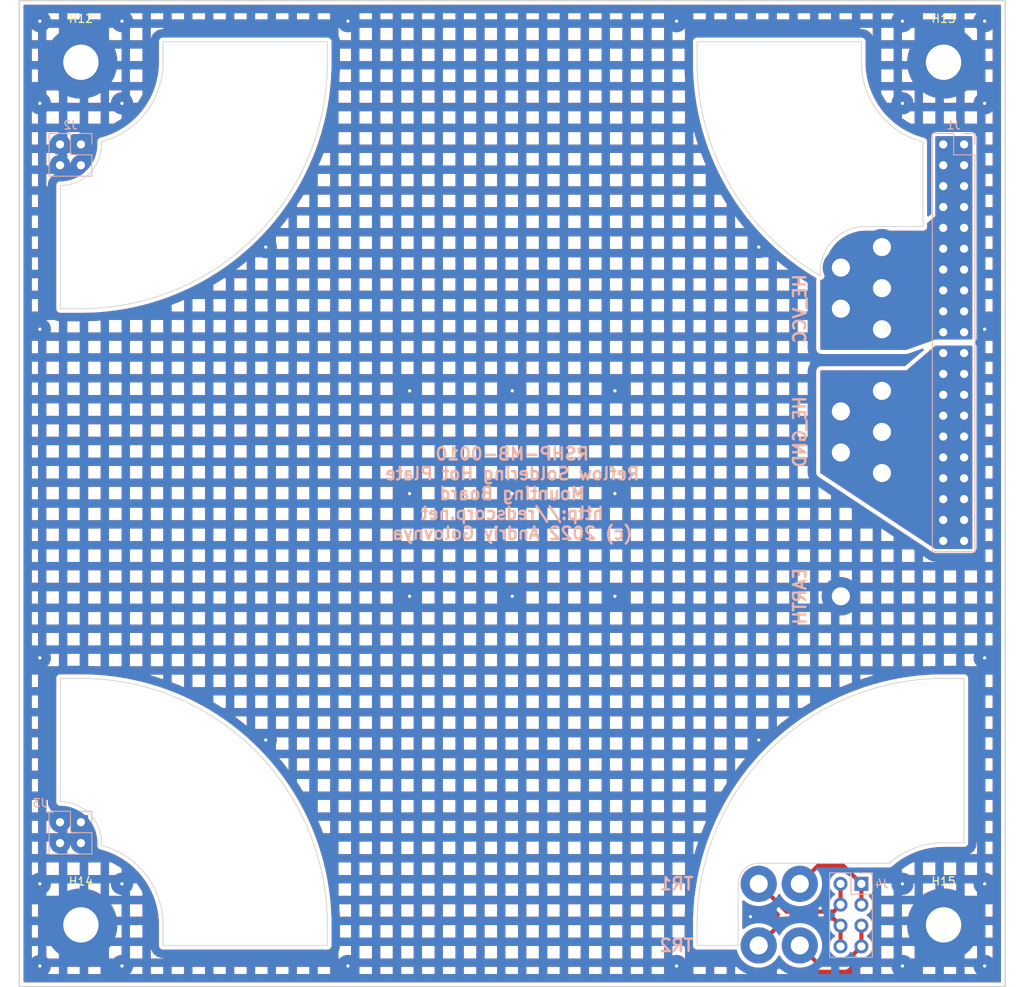
<source format=kicad_pcb>
(kicad_pcb (version 20211014) (generator pcbnew)
  (title_block (title "RSHP-MB-0010") (date "2022-05-29") (rev "1.0") (company "(c) Andriy Golovnya http://redscorp.net") (comment 1 "Reflow Soldering Hot Plate - Mounting Board"))
  (layers (0 "F.Cu" signal) (31 "B.Cu" signal) (34 "B.Paste" user) (35 "F.Paste" user) (36 "B.SilkS" user "B.Silkscreen") (37 "F.SilkS" user "F.Silkscreen") (38 "B.Mask" user) (39 "F.Mask" user) (44 "Edge.Cuts" user))
  (net 0 "")
  (net 1 "HE_VCC")
  (net 2 "HE_GND")
  (net 3 "EARTH")
  (net 4 "TR1_VCC")
  (net 5 "TR1_GND")
  (net 6 "TR2_VCC")
  (net 7 "TR2_GND")
  (footprint "MountingHole:MountingHole_2.2mm_M2_Pad" (layer "F.Cu") (at 155 70)
    (fp_text reference "H3" hide)
    (fp_text value "MountingHole_Pad")
    (pad "1" thru_hole circle (at 0 0) (size 4.4 4.4) (drill 2.2) (layers *.Cu *.Mask) (net 1 "HE_VCC"))
  )
  (footprint "MountingHole:MountingHole_2.2mm_M2_Pad" (layer "F.Cu") (at 145 145)
    (fp_text reference "H19" hide)
    (fp_text value "MountingHole_Pad")
    (pad "1" thru_hole circle (at 0 0) (size 4.4 4.4) (drill 2.2) (layers *.Cu *.Mask) (net 7 "TR2_GND"))
  )
  (footprint "MountingHole:MountingHole_2.2mm_M2_Pad" (layer "F.Cu") (at 140 145)
    (fp_text reference "H18" hide)
    (fp_text value "MountingHole_Pad")
    (pad "1" thru_hole circle (at 0 0) (size 4.4 4.4) (drill 2.2) (layers *.Cu *.Mask) (net 6 "TR2_VCC"))
  )
  (footprint "MountingHole:MountingHole_2.2mm_M2_Pad" (layer "F.Cu") (at 150 85)
    (fp_text reference "H10" hide)
    (fp_text value "MountingHole_Pad")
    (pad "1" thru_hole circle (at 0 0) (size 4.4 4.4) (drill 2.2) (layers *.Cu *.Mask) (net 2 "HE_GND"))
  )
  (footprint "MountingHole:MountingHole_2.2mm_M2_Pad" (layer "F.Cu") (at 140 137.5)
    (fp_text reference "H16" hide)
    (fp_text value "MountingHole_Pad")
    (pad "1" thru_hole circle (at 0 0) (size 4.4 4.4) (drill 2.2) (layers *.Cu *.Mask) (net 4 "TR1_VCC"))
  )
  (footprint "MountingHole:MountingHole_2.2mm_M2_Pad" (layer "F.Cu") (at 155 87.5)
    (fp_text reference "H8" hide)
    (fp_text value "MountingHole_Pad")
    (pad "1" thru_hole circle (at 0 0) (size 4.4 4.4) (drill 2.2) (layers *.Cu *.Mask) (net 2 "HE_GND"))
  )
  (footprint "MountingHole:MountingHole_4.3mm_M4_Pad" (layer "F.Cu") (at 57.5 142.5)
    (fp_text reference "H14" (at 0 -5.3) (layer "F.SilkS"))
    (fp_text value "MountingHole")
    (pad "1" thru_hole circle (at 0 0) (size 8.6 8.6) (drill 4.3) (layers *.Cu *.Mask) (net 3 "EARTH"))
  )
  (footprint "MountingHole:MountingHole_2.2mm_M2_Pad" (layer "F.Cu") (at 155 77.5)
    (fp_text reference "H6" hide)
    (fp_text value "MountingHole_Pad")
    (pad "1" thru_hole circle (at 0 0) (size 4.4 4.4) (drill 2.2) (layers *.Cu *.Mask) (net 2 "HE_GND"))
  )
  (footprint "MountingHole:MountingHole_2.2mm_M2_Pad" (layer "F.Cu") (at 150 80)
    (fp_text reference "H9" hide)
    (fp_text value "MountingHole_Pad")
    (pad "1" thru_hole circle (at 0 0) (size 4.4 4.4) (drill 2.2) (layers *.Cu *.Mask) (net 2 "HE_GND"))
  )
  (footprint "MountingHole:MountingHole_4.3mm_M4_Pad" (layer "F.Cu") (at 57.5 37.5)
    (fp_text reference "H12" (at 0 -5.3) (layer "F.SilkS"))
    (fp_text value "MountingHole")
    (pad "1" thru_hole circle (at 0 0) (size 8.6 8.6) (drill 4.3) (layers *.Cu *.Mask) (net 3 "EARTH"))
  )
  (footprint "MountingHole:MountingHole_4.3mm_M4_Pad" (layer "F.Cu") (at 162.5 142.5)
    (fp_text reference "H15" (at 0 -5.3) (layer "F.SilkS"))
    (fp_text value "MountingHole")
    (pad "1" thru_hole circle (at 0 0) (size 8.6 8.6) (drill 4.3) (layers *.Cu *.Mask) (net 3 "EARTH"))
  )
  (footprint "MountingHole:MountingHole_2.2mm_M2_Pad" (layer "F.Cu") (at 155 82.5)
    (fp_text reference "H7" hide)
    (fp_text value "MountingHole_Pad")
    (pad "1" thru_hole circle (at 0 0) (size 4.4 4.4) (drill 2.2) (layers *.Cu *.Mask) (net 2 "HE_GND"))
  )
  (footprint "MountingHole:MountingHole_4.3mm_M4_Pad" (layer "F.Cu") (at 162.5 37.5)
    (fp_text reference "H13" (at 0 -5.3) (layer "F.SilkS"))
    (fp_text value "MountingHole")
    (pad "1" thru_hole circle (at 0 0) (size 8.6 8.6) (drill 4.3) (layers *.Cu *.Mask) (net 3 "EARTH"))
  )
  (footprint "MountingHole:MountingHole_2.2mm_M2_Pad" (layer "F.Cu") (at 150 102.5)
    (fp_text reference "H11" hide)
    (fp_text value "MountingHole_Pad")
    (pad "1" thru_hole circle (at 0 0) (size 4.4 4.4) (drill 2.2) (layers *.Cu *.Mask) (net 3 "EARTH"))
  )
  (footprint "MountingHole:MountingHole_2.2mm_M2_Pad" (layer "F.Cu") (at 150 62.5)
    (fp_text reference "H2" hide)
    (fp_text value "MountingHole_Pad")
    (pad "1" thru_hole circle (at 0 0) (size 4.4 4.4) (drill 2.2) (layers *.Cu *.Mask) (net 1 "HE_VCC"))
  )
  (footprint "MountingHole:MountingHole_2.2mm_M2_Pad" (layer "F.Cu") (at 145 137.5)
    (fp_text reference "H17" hide)
    (fp_text value "MountingHole_Pad")
    (pad "1" thru_hole circle (at 0 0) (size 4.4 4.4) (drill 2.2) (layers *.Cu *.Mask) (net 5 "TR1_GND"))
  )
  (footprint "MountingHole:MountingHole_2.2mm_M2_Pad" (layer "F.Cu") (at 150 67.5)
    (fp_text reference "H1" hide)
    (fp_text value "MountingHole_Pad")
    (pad "1" thru_hole circle (at 0 0) (size 4.4 4.4) (drill 2.2) (layers *.Cu *.Mask) (net 1 "HE_VCC"))
  )
  (footprint "MountingHole:MountingHole_2.2mm_M2_Pad" (layer "F.Cu") (at 155 60)
    (fp_text reference "H5" hide)
    (fp_text value "MountingHole_Pad")
    (pad "1" thru_hole circle (at 0 0) (size 4.4 4.4) (drill 2.2) (layers *.Cu *.Mask) (net 1 "HE_VCC"))
  )
  (footprint "MountingHole:MountingHole_2.2mm_M2_Pad" (layer "F.Cu") (at 155 65)
    (fp_text reference "H4" hide)
    (fp_text value "MountingHole_Pad")
    (pad "1" thru_hole circle (at 0 0) (size 4.4 4.4) (drill 2.2) (layers *.Cu *.Mask) (net 1 "HE_VCC"))
  )
  (footprint "Connector_PinHeader_2.54mm:PinHeader_2x20_P2.54mm_Vertical" (layer "B.Cu") (at 165 47.5 180)
    (fp_text reference "J1" (at 1.27 2.33) (layer "B.SilkS") (effects (justify mirror)))
    (fp_text value "Conn_02x20_Odd_Even")
    (fp_line (start -1.33 1.33) (end 0 1.33) (layer "B.SilkS") (width 0.12))
    (fp_line (start -1.33 -49.59) (end 3.87 -49.59) (layer "B.SilkS") (width 0.12))
    (fp_line (start 3.87 1.33) (end 3.87 -49.59) (layer "B.SilkS") (width 0.12))
    (fp_line (start -1.33 -1.27) (end -1.33 -49.59) (layer "B.SilkS") (width 0.12))
    (fp_line (start 1.27 1.33) (end 3.87 1.33) (layer "B.SilkS") (width 0.12))
    (fp_line (start -1.33 0) (end -1.33 1.33) (layer "B.SilkS") (width 0.12))
    (fp_line (start -1.33 -1.27) (end 1.27 -1.27) (layer "B.SilkS") (width 0.12))
    (fp_line (start 1.27 -1.27) (end 1.27 1.33) (layer "B.SilkS") (width 0.12))
    (pad "1" thru_hole rect (at 0 0 180) (size 1.7 1.7) (drill 1) (layers *.Cu *.Mask) (net 1 "HE_VCC"))
    (pad "2" thru_hole oval (at 2.54 0 180) (size 1.7 1.7) (drill 1) (layers *.Cu *.Mask) (net 1 "HE_VCC"))
    (pad "3" thru_hole oval (at 0 -2.54 180) (size 1.7 1.7) (drill 1) (layers *.Cu *.Mask) (net 1 "HE_VCC"))
    (pad "4" thru_hole oval (at 2.54 -2.54 180) (size 1.7 1.7) (drill 1) (layers *.Cu *.Mask) (net 1 "HE_VCC"))
    (pad "5" thru_hole oval (at 0 -5.08 180) (size 1.7 1.7) (drill 1) (layers *.Cu *.Mask) (net 1 "HE_VCC"))
    (pad "6" thru_hole oval (at 2.54 -5.08 180) (size 1.7 1.7) (drill 1) (layers *.Cu *.Mask) (net 1 "HE_VCC"))
    (pad "7" thru_hole oval (at 0 -7.62 180) (size 1.7 1.7) (drill 1) (layers *.Cu *.Mask) (net 1 "HE_VCC"))
    (pad "8" thru_hole oval (at 2.54 -7.62 180) (size 1.7 1.7) (drill 1) (layers *.Cu *.Mask) (net 1 "HE_VCC"))
    (pad "9" thru_hole oval (at 0 -10.16 180) (size 1.7 1.7) (drill 1) (layers *.Cu *.Mask) (net 1 "HE_VCC"))
    (pad "10" thru_hole oval (at 2.54 -10.16 180) (size 1.7 1.7) (drill 1) (layers *.Cu *.Mask) (net 1 "HE_VCC"))
    (pad "11" thru_hole oval (at 0 -12.7 180) (size 1.7 1.7) (drill 1) (layers *.Cu *.Mask) (net 1 "HE_VCC"))
    (pad "12" thru_hole oval (at 2.54 -12.7 180) (size 1.7 1.7) (drill 1) (layers *.Cu *.Mask) (net 1 "HE_VCC"))
    (pad "13" thru_hole oval (at 0 -15.24 180) (size 1.7 1.7) (drill 1) (layers *.Cu *.Mask) (net 1 "HE_VCC"))
    (pad "14" thru_hole oval (at 2.54 -15.24 180) (size 1.7 1.7) (drill 1) (layers *.Cu *.Mask) (net 1 "HE_VCC"))
    (pad "15" thru_hole oval (at 0 -17.78 180) (size 1.7 1.7) (drill 1) (layers *.Cu *.Mask) (net 1 "HE_VCC"))
    (pad "16" thru_hole oval (at 2.54 -17.78 180) (size 1.7 1.7) (drill 1) (layers *.Cu *.Mask) (net 1 "HE_VCC"))
    (pad "17" thru_hole oval (at 0 -20.32 180) (size 1.7 1.7) (drill 1) (layers *.Cu *.Mask) (net 1 "HE_VCC"))
    (pad "18" thru_hole oval (at 2.54 -20.32 180) (size 1.7 1.7) (drill 1) (layers *.Cu *.Mask) (net 1 "HE_VCC"))
    (pad "19" thru_hole oval (at 0 -22.86 180) (size 1.7 1.7) (drill 1) (layers *.Cu *.Mask) (net 1 "HE_VCC"))
    (pad "20" thru_hole oval (at 2.54 -22.86 180) (size 1.7 1.7) (drill 1) (layers *.Cu *.Mask) (net 1 "HE_VCC"))
    (pad "21" thru_hole oval (at 0 -25.4 180) (size 1.7 1.7) (drill 1) (layers *.Cu *.Mask) (net 2 "HE_GND"))
    (pad "22" thru_hole oval (at 2.54 -25.4 180) (size 1.7 1.7) (drill 1) (layers *.Cu *.Mask) (net 2 "HE_GND"))
    (pad "23" thru_hole oval (at 0 -27.94 180) (size 1.7 1.7) (drill 1) (layers *.Cu *.Mask) (net 2 "HE_GND"))
    (pad "24" thru_hole oval (at 2.54 -27.94 180) (size 1.7 1.7) (drill 1) (layers *.Cu *.Mask) (net 2 "HE_GND"))
    (pad "25" thru_hole oval (at 0 -30.48 180) (size 1.7 1.7) (drill 1) (layers *.Cu *.Mask) (net 2 "HE_GND"))
    (pad "26" thru_hole oval (at 2.54 -30.48 180) (size 1.7 1.7) (drill 1) (layers *.Cu *.Mask) (net 2 "HE_GND"))
    (pad "27" thru_hole oval (at 0 -33.02 180) (size 1.7 1.7) (drill 1) (layers *.Cu *.Mask) (net 2 "HE_GND"))
    (pad "28" thru_hole oval (at 2.54 -33.02 180) (size 1.7 1.7) (drill 1) (layers *.Cu *.Mask) (net 2 "HE_GND"))
    (pad "29" thru_hole oval (at 0 -35.56 180) (size 1.7 1.7) (drill 1) (layers *.Cu *.Mask) (net 2 "HE_GND"))
    (pad "30" thru_hole oval (at 2.54 -35.56 180) (size 1.7 1.7) (drill 1) (layers *.Cu *.Mask) (net 2 "HE_GND"))
    (pad "31" thru_hole oval (at 0 -38.1 180) (size 1.7 1.7) (drill 1) (layers *.Cu *.Mask) (net 2 "HE_GND"))
    (pad "32" thru_hole oval (at 2.54 -38.1 180) (size 1.7 1.7) (drill 1) (layers *.Cu *.Mask) (net 2 "HE_GND"))
    (pad "33" thru_hole oval (at 0 -40.64 180) (size 1.7 1.7) (drill 1) (layers *.Cu *.Mask) (net 2 "HE_GND"))
    (pad "34" thru_hole oval (at 2.54 -40.64 180) (size 1.7 1.7) (drill 1) (layers *.Cu *.Mask) (net 2 "HE_GND"))
    (pad "35" thru_hole oval (at 0 -43.18 180) (size 1.7 1.7) (drill 1) (layers *.Cu *.Mask) (net 2 "HE_GND"))
    (pad "36" thru_hole oval (at 2.54 -43.18 180) (size 1.7 1.7) (drill 1) (layers *.Cu *.Mask) (net 2 "HE_GND"))
    (pad "37" thru_hole oval (at 0 -45.72 180) (size 1.7 1.7) (drill 1) (layers *.Cu *.Mask) (net 2 "HE_GND"))
    (pad "38" thru_hole oval (at 2.54 -45.72 180) (size 1.7 1.7) (drill 1) (layers *.Cu *.Mask) (net 2 "HE_GND"))
    (pad "39" thru_hole oval (at 0 -48.26 180) (size 1.7 1.7) (drill 1) (layers *.Cu *.Mask) (net 2 "HE_GND"))
    (pad "40" thru_hole oval (at 2.54 -48.26 180) (size 1.7 1.7) (drill 1) (layers *.Cu *.Mask) (net 2 "HE_GND"))
  )
  (footprint "Connector_PinHeader_2.54mm:PinHeader_2x04_P2.54mm_Vertical" (layer "B.Cu") (at 152.5 137.5 180)
    (fp_text reference "J4" (at -2.5 0) (layer "B.SilkS") (effects (justify mirror)))
    (fp_text value "Conn_02x04_Odd_Even")
    (fp_line (start -1.33 -8.95) (end 3.87 -8.95) (layer "B.SilkS") (width 0.12))
    (fp_line (start 1.27 -1.27) (end 1.27 1.33) (layer "B.SilkS") (width 0.12))
    (fp_line (start -1.33 -1.27) (end 1.27 -1.27) (layer "B.SilkS") (width 0.12))
    (fp_line (start -1.33 0) (end -1.33 1.33) (layer "B.SilkS") (width 0.12))
    (fp_line (start 3.87 1.33) (end 3.87 -8.95) (layer "B.SilkS") (width 0.12))
    (fp_line (start -1.33 1.33) (end 0 1.33) (layer "B.SilkS") (width 0.12))
    (fp_line (start 1.27 1.33) (end 3.87 1.33) (layer "B.SilkS") (width 0.12))
    (fp_line (start -1.33 -1.27) (end -1.33 -8.95) (layer "B.SilkS") (width 0.12))
    (pad "1" thru_hole rect (at 0 0 180) (size 1.7 1.7) (drill 1) (layers *.Cu *.Mask) (net 5 "TR1_GND"))
    (pad "2" thru_hole oval (at 2.54 0 180) (size 1.7 1.7) (drill 1) (layers *.Cu *.Mask) (net 4 "TR1_VCC"))
    (pad "3" thru_hole oval (at 0 -2.54 180) (size 1.7 1.7) (drill 1) (layers *.Cu *.Mask) (net 5 "TR1_GND"))
    (pad "4" thru_hole oval (at 2.54 -2.54 180) (size 1.7 1.7) (drill 1) (layers *.Cu *.Mask) (net 4 "TR1_VCC"))
    (pad "5" thru_hole oval (at 0 -5.08 180) (size 1.7 1.7) (drill 1) (layers *.Cu *.Mask) (net 7 "TR2_GND"))
    (pad "6" thru_hole oval (at 2.54 -5.08 180) (size 1.7 1.7) (drill 1) (layers *.Cu *.Mask) (net 6 "TR2_VCC"))
    (pad "7" thru_hole oval (at 0 -7.62 180) (size 1.7 1.7) (drill 1) (layers *.Cu *.Mask) (net 7 "TR2_GND"))
    (pad "8" thru_hole oval (at 2.54 -7.62 180) (size 1.7 1.7) (drill 1) (layers *.Cu *.Mask) (net 6 "TR2_VCC"))
  )
  (footprint "Connector_PinHeader_2.54mm:PinHeader_2x02_P2.54mm_Vertical" (layer "B.Cu") (at 57.5 130 180)
    (fp_text reference "J3" (at 5 2.33) (layer "B.SilkS") (effects (justify mirror)))
    (fp_text value "Conn_02x02_Odd_Even")
    (fp_line (start -1.33 -1.27) (end -1.33 -3.87) (layer "B.SilkS") (width 0.12))
    (fp_line (start 1.27 -1.27) (end 1.27 1.33) (layer "B.SilkS") (width 0.12))
    (fp_line (start -1.33 -3.87) (end 3.87 -3.87) (layer "B.SilkS") (width 0.12))
    (fp_line (start -1.33 1.33) (end 0 1.33) (layer "B.SilkS") (width 0.12))
    (fp_line (start -1.33 0) (end -1.33 1.33) (layer "B.SilkS") (width 0.12))
    (fp_line (start 1.27 1.33) (end 3.87 1.33) (layer "B.SilkS") (width 0.12))
    (fp_line (start 3.87 1.33) (end 3.87 -3.87) (layer "B.SilkS") (width 0.12))
    (fp_line (start -1.33 -1.27) (end 1.27 -1.27) (layer "B.SilkS") (width 0.12))
    (pad "1" thru_hole rect (at 0 0 180) (size 1.7 1.7) (drill 1) (layers *.Cu *.Mask) (net 3 "EARTH"))
    (pad "2" thru_hole oval (at 2.54 0 180) (size 1.7 1.7) (drill 1) (layers *.Cu *.Mask) (net 3 "EARTH"))
    (pad "3" thru_hole oval (at 0 -2.54 180) (size 1.7 1.7) (drill 1) (layers *.Cu *.Mask) (net 3 "EARTH"))
    (pad "4" thru_hole oval (at 2.54 -2.54 180) (size 1.7 1.7) (drill 1) (layers *.Cu *.Mask) (net 3 "EARTH"))
  )
  (footprint "Connector_PinHeader_2.54mm:PinHeader_2x02_P2.54mm_Vertical" (layer "B.Cu") (at 57.5 47.5 180)
    (fp_text reference "J2" (at 1.27 2.33) (layer "B.SilkS") (effects (justify mirror)))
    (fp_text value "Conn_02x02_Odd_Even")
    (fp_line (start -1.33 -1.27) (end 1.27 -1.27) (layer "B.SilkS") (width 0.12))
    (fp_line (start 1.27 -1.27) (end 1.27 1.33) (layer "B.SilkS") (width 0.12))
    (fp_line (start -1.33 1.33) (end 0 1.33) (layer "B.SilkS") (width 0.12))
    (fp_line (start -1.33 -1.27) (end -1.33 -3.87) (layer "B.SilkS") (width 0.12))
    (fp_line (start -1.33 -3.87) (end 3.87 -3.87) (layer "B.SilkS") (width 0.12))
    (fp_line (start 1.27 1.33) (end 3.87 1.33) (layer "B.SilkS") (width 0.12))
    (fp_line (start -1.33 0) (end -1.33 1.33) (layer "B.SilkS") (width 0.12))
    (fp_line (start 3.87 1.33) (end 3.87 -3.87) (layer "B.SilkS") (width 0.12))
    (pad "1" thru_hole rect (at 0 0 180) (size 1.7 1.7) (drill 1) (layers *.Cu *.Mask) (net 3 "EARTH"))
    (pad "2" thru_hole oval (at 2.54 0 180) (size 1.7 1.7) (drill 1) (layers *.Cu *.Mask) (net 3 "EARTH"))
    (pad "3" thru_hole oval (at 0 -2.54 180) (size 1.7 1.7) (drill 1) (layers *.Cu *.Mask) (net 3 "EARTH"))
    (pad "4" thru_hole oval (at 2.54 -2.54 180) (size 1.7 1.7) (drill 1) (layers *.Cu *.Mask) (net 3 "EARTH"))
  )
  (gr_line (start 137.5 145) (end 137.5 137.5) (layer "Edge.Cuts") (width 0.1))
  (gr_line (start 57.5 67.5) (end 55 67.5) (layer "Edge.Cuts") (width 0.1))
  (gr_line (start 147.505592 63.484519) (end 147.505592 63) (layer "Edge.Cuts") (width 0.1))
  (gr_line (start 170 30) (end 50 30) (layer "Edge.Cuts") (width 0.15))
  (gr_line (start 132.5 35) (end 132.5 37.5) (layer "Edge.Cuts") (width 0.1))
  (gr_line (start 50 150) (end 170 150) (layer "Edge.Cuts") (width 0.15))
  (gr_line (start 152.5 35) (end 132.5 35) (layer "Edge.Cuts") (width 0.1))
  (gr_arc (start 147.505592 63.484519) (mid 136.520843 52.503025) (end 132.5 37.5) (layer "Edge.Cuts") (width 0.1))
  (gr_arc (start 155.905933 135) (mid 158.973964 133.145977) (end 162.5 132.5) (layer "Edge.Cuts") (width 0.1))
  (gr_arc (start 60 47.5) (mid 58.535534 51.035534) (end 55 52.5) (layer "Edge.Cuts") (width 0.1))
  (gr_arc (start 132.5 142.5) (mid 141.286797 121.286797) (end 162.5 112.5) (layer "Edge.Cuts") (width 0.1))
  (gr_line (start 132.5 145) (end 137.5 145) (layer "Edge.Cuts") (width 0.1))
  (gr_arc (start 159.996101 47.185439) (mid 154.59293 43.623709) (end 152.5 37.5) (layer "Edge.Cuts") (width 0.1))
  (gr_line (start 159.996101 47.185439) (end 160 57.5) (layer "Edge.Cuts") (width 0.1))
  (gr_arc (start 55 127.5) (mid 58.535534 128.964466) (end 60 132.5) (layer "Edge.Cuts") (width 0.1))
  (gr_line (start 67.5 37.5) (end 67.5 35) (layer "Edge.Cuts") (width 0.1))
  (gr_line (start 60 132.5) (end 60 132.828074) (layer "Edge.Cuts") (width 0.1))
  (gr_arc (start 60 132.828074) (mid 65.405316 136.380438) (end 67.5 142.5) (layer "Edge.Cuts") (width 0.1))
  (gr_line (start 57.5 112.5) (end 55 112.5) (layer "Edge.Cuts") (width 0.1))
  (gr_line (start 160 57.5) (end 153 57.505592) (layer "Edge.Cuts") (width 0.1))
  (gr_line (start 55 67.5) (end 55 52.5) (layer "Edge.Cuts") (width 0.1))
  (gr_arc (start 67.5 37.5) (mid 65.40525 43.618825) (end 60 47.170061) (layer "Edge.Cuts") (width 0.1))
  (gr_line (start 152.5 37.5) (end 152.5 35) (layer "Edge.Cuts") (width 0.1))
  (gr_arc (start 57.5 112.5) (mid 78.713203 121.286797) (end 87.5 142.5) (layer "Edge.Cuts") (width 0.1))
  (gr_line (start 165 112.5) (end 162.5 112.5) (layer "Edge.Cuts") (width 0.1))
  (gr_arc (start 147.505592 63) (mid 149.114867 59.114867) (end 153 57.505592) (layer "Edge.Cuts") (width 0.1))
  (gr_line (start 67.5 142.5) (end 67.5 145) (layer "Edge.Cuts") (width 0.1))
  (gr_line (start 67.5 145) (end 87.5 145) (layer "Edge.Cuts") (width 0.1))
  (gr_line (start 165 132.5) (end 165 112.5) (layer "Edge.Cuts") (width 0.1))
  (gr_line (start 132.5 142.5) (end 132.5 145) (layer "Edge.Cuts") (width 0.1))
  (gr_line (start 50 30) (end 50 150) (layer "Edge.Cuts") (width 0.15))
  (gr_line (start 170 150) (end 170 30) (layer "Edge.Cuts") (width 0.15))
  (gr_line (start 60 47.5) (end 60 47.170061) (layer "Edge.Cuts") (width 0.1))
  (gr_line (start 87.5 35) (end 87.5 37.5) (layer "Edge.Cuts") (width 0.1))
  (gr_line (start 55 112.5) (end 55 127.5) (layer "Edge.Cuts") (width 0.1))
  (gr_arc (start 87.5 37.5) (mid 78.713203 58.713203) (end 57.5 67.5) (layer "Edge.Cuts") (width 0.1))
  (gr_line (start 162.5 132.5) (end 165 132.5) (layer "Edge.Cuts") (width 0.1))
  (gr_line (start 87.5 145) (end 87.5 142.5) (layer "Edge.Cuts") (width 0.1))
  (gr_line (start 140 135) (end 155.905933 135) (layer "Edge.Cuts") (width 0.1))
  (gr_line (start 67.5 35) (end 87.5 35) (layer "Edge.Cuts") (width 0.1))
  (gr_arc (start 137.5 137.5) (mid 138.232233 135.732233) (end 140 135) (layer "Edge.Cuts") (width 0.1))
  (gr_text "HE_GND" (at 145 82.5 90) (layer "B.SilkS") (effects (font (size 1.5 1.5) (thickness 0.3)) (justify mirror)))
  (gr_text "TR2" (at 130 145) (layer "B.SilkS") (effects (font (size 1.5 1.5) (thickness 0.3)) (justify mirror)))
  (gr_text "TR1" (at 130 137.5) (layer "B.SilkS") (effects (font (size 1.5 1.5) (thickness 0.3)) (justify mirror)))
  (gr_text "HE_VCC" (at 145 67.5 90) (layer "B.SilkS") (effects (font (size 1.5 1.5) (thickness 0.3)) (justify mirror)))
  (gr_text "EARTH" (at 145 102.5 90) (layer "B.SilkS") (effects (font (size 1.5 1.5) (thickness 0.3)) (justify mirror)))
  (gr_text "RSHP-MB-0010\nReflow Soldering Hot Plate\nMounting Board\nhttp://redscorp.net\n(c) 2022 Andriy Golovnya" (at 110 90) (layer "B.SilkS") (effects (font (size 1.5 1.5) (thickness 0.3)) (justify mirror)))
  (via (at 52.5 110) (size 0.8) (drill 0.4) (layers "F.Cu" "B.Cu") (net 3))
  (via (at 80 120) (size 0.8) (drill 0.4) (layers "F.Cu" "B.Cu") (net 3))
  (via (at 122.5 102.5) (size 0.8) (drill 0.4) (layers "F.Cu" "B.Cu") (net 3))
  (via (at 167.5 147.5) (size 0.8) (drill 0.4) (layers "F.Cu" "B.Cu") (net 3))
  (via (at 52.5 42.5) (size 0.8) (drill 0.4) (layers "F.Cu" "B.Cu") (net 3))
  (via (at 110 77.5) (size 0.8) (drill 0.4) (layers "F.Cu" "B.Cu") (net 3))
  (via (at 167.5 110) (size 0.8) (drill 0.4) (layers "F.Cu" "B.Cu") (net 3))
  (via (at 62.5 32.5) (size 0.8) (drill 0.4) (layers "F.Cu" "B.Cu") (net 3))
  (via (at 97.5 77.5) (size 0.8) (drill 0.4) (layers "F.Cu" "B.Cu") (net 3))
  (via (at 122.5 90) (size 0.8) (drill 0.4) (layers "F.Cu" "B.Cu") (net 3))
  (via (at 157.5 137.5) (size 0.8) (drill 0.4) (layers "F.Cu" "B.Cu") (net 3))
  (via (at 157.5 32.5) (size 0.8) (drill 0.4) (layers "F.Cu" "B.Cu") (net 3))
  (via (at 130 147.5) (size 0.8) (drill 0.4) (layers "F.Cu" "B.Cu") (net 3))
  (via (at 52.5 137.5) (size 0.8) (drill 0.4) (layers "F.Cu" "B.Cu") (net 3))
  (via (at 62.5 42.5) (size 0.8) (drill 0.4) (layers "F.Cu" "B.Cu") (net 3))
  (via (at 167.5 32.5) (size 0.8) (drill 0.4) (layers "F.Cu" "B.Cu") (net 3))
  (via (at 97.5 102.5) (size 0.8) (drill 0.4) (layers "F.Cu" "B.Cu") (net 3))
  (via (at 52.5 70) (size 0.8) (drill 0.4) (layers "F.Cu" "B.Cu") (net 3))
  (via (at 130 32.5) (size 0.8) (drill 0.4) (layers "F.Cu" "B.Cu") (net 3))
  (via (at 157.5 42.5) (size 0.8) (drill 0.4) (layers "F.Cu" "B.Cu") (net 3))
  (via (at 110 90) (size 0.8) (drill 0.4) (layers "F.Cu" "B.Cu") (net 3))
  (via (at 167.5 70) (size 0.8) (drill 0.4) (layers "F.Cu" "B.Cu") (net 3))
  (via (at 97.5 90) (size 0.8) (drill 0.4) (layers "F.Cu" "B.Cu") (net 3))
  (via (at 122.5 77.5) (size 0.8) (drill 0.4) (layers "F.Cu" "B.Cu") (net 3))
  (via (at 90 32.5) (size 0.8) (drill 0.4) (layers "F.Cu" "B.Cu") (net 3))
  (via (at 62.5 137.5) (size 0.8) (drill 0.4) (layers "F.Cu" "B.Cu") (net 3))
  (via (at 52.5 32.5) (size 0.8) (drill 0.4) (layers "F.Cu" "B.Cu") (net 3))
  (via (at 90 147.5) (size 0.8) (drill 0.4) (layers "F.Cu" "B.Cu") (net 3))
  (via (at 139 141.5) (size 0.8) (drill 0.4) (layers "F.Cu" "B.Cu") (net 3))
  (via (at 157.5 147.5) (size 0.8) (drill 0.4) (layers "F.Cu" "B.Cu") (net 3))
  (via (at 140 120) (size 0.8) (drill 0.4) (layers "F.Cu" "B.Cu") (net 3))
  (via (at 80 60) (size 0.8) (drill 0.4) (layers "F.Cu" "B.Cu") (net 3))
  (via (at 167.5 42.5) (size 0.8) (drill 0.4) (layers "F.Cu" "B.Cu") (net 3))
  (via (at 62.5 147.5) (size 0.8) (drill 0.4) (layers "F.Cu" "B.Cu") (net 3))
  (via (at 110 102.5) (size 0.8) (drill 0.4) (layers "F.Cu" "B.Cu") (net 3))
  (via (at 167.5 137.5) (size 0.8) (drill 0.4) (layers "F.Cu" "B.Cu") (net 3))
  (via (at 52.5 147.5) (size 0.8) (drill 0.4) (layers "F.Cu" "B.Cu") (net 3))
  (via (at 140 60) (size 0.8) (drill 0.4) (layers "F.Cu" "B.Cu") (net 3))
  (segment (start 149.96 140.04) (end 149.11 140.89) (width 0.5) (layer "F.Cu") (net 4))
  (segment (start 149.11 140.89) (end 143.39 140.89) (width 0.5) (layer "F.Cu") (net 4))
  (segment (start 149.96 140.04) (end 149.96 137.5) (width 0.5) (layer "F.Cu") (net 4))
  (segment (start 143.39 140.89) (end 140 137.5) (width 0.5) (layer "F.Cu") (net 4))
  (segment (start 152.5 137.5) (end 153.135718 137.5) (width 0.25) (layer "F.Cu") (net 5))
  (segment (start 147.199999 135.300001) (end 145 137.5) (width 0.5) (layer "F.Cu") (net 5))
  (segment (start 150.300001 135.300001) (end 147.199999 135.300001) (width 0.5) (layer "F.Cu") (net 5))
  (segment (start 152.5 137.5) (end 150.300001 135.300001) (width 0.5) (layer "F.Cu") (net 5))
  (segment (start 152.5 140.04) (end 152.5 137.5) (width 0.5) (layer "F.Cu") (net 5))
  (segment (start 149.11 141.73) (end 143.27 141.73) (width 0.5) (layer "F.Cu") (net 6))
  (segment (start 149.96 145.12) (end 149.96 142.58) (width 0.5) (layer "F.Cu") (net 6))
  (segment (start 143.27 141.73) (end 140 145) (width 0.5) (layer "F.Cu") (net 6))
  (segment (start 149.96 142.58) (end 149.11 141.73) (width 0.5) (layer "F.Cu") (net 6))
  (segment (start 152.5 145.12) (end 150.420001 147.199999) (width 0.5) (layer "F.Cu") (net 7))
  (segment (start 147.199999 147.199999) (end 145 145) (width 0.5) (layer "F.Cu") (net 7))
  (segment (start 152.5 142.58) (end 153.055718 142.58) (width 0.25) (layer "F.Cu") (net 7))
  (segment (start 152.5 145.12) (end 152.5 142.58) (width 0.5) (layer "F.Cu") (net 7))
  (segment (start 150.420001 147.199999) (end 147.199999 147.199999) (width 0.5) (layer "F.Cu") (net 7))
  (zone (net 1) (net_name "HE_VCC") (layers F&B.Cu) (priority 1) (connect_pads yes (clearance 0.508)) (min_thickness 0.254) (fill yes (thermal_gap 0.508) (thermal_bridge_width 0.508))
    (polygon (pts (xy 166 71.25) (xy 161.5 71.25) (xy 158 72.5) (xy 147.5 72.5) (xy 147.5 57.5) (xy 160 57.5) (xy 161.5 56.25) (xy 161.5 46.5) (xy 166 46.5)))
  )
  (zone (net 2) (net_name "HE_GND") (layers F&B.Cu) (priority 1) (connect_pads yes (clearance 0.508)) (min_thickness 0.254) (fill yes (thermal_gap 0.508) (thermal_bridge_width 0.508))
    (polygon (pts (xy 166 96.75) (xy 161.5 96.75) (xy 147.5 87.5) (xy 147.5 75) (xy 158 75) (xy 161.5 72) (xy 166 72)))
  )
  (zone (net 3) (net_name "EARTH") (layers F&B.Cu) (connect_pads yes (clearance 0.508)) (min_thickness 0.254) (fill yes (mode hatch) (thermal_gap 0.508) (thermal_bridge_width 0.508) (hatch_thickness 1.016) (hatch_gap 1.524) (hatch_orientation 0) (hatch_border_algorithm hatch_thickness) (hatch_min_hole_area 0.3))
    (polygon (pts (xy 170 150) (xy 50 150) (xy 50 30) (xy 170 30)))
  )
)
</source>
